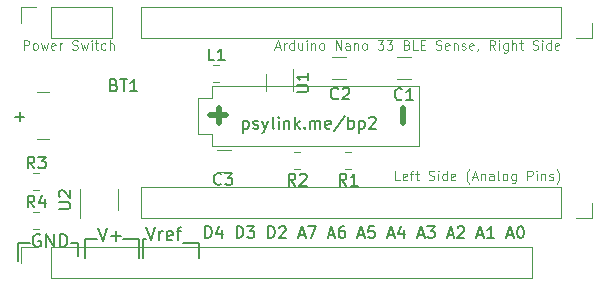
<source format=gbr>
G04 #@! TF.GenerationSoftware,KiCad,Pcbnew,5.1.5+dfsg1-2build2*
G04 #@! TF.CreationDate,2021-06-04T03:42:04+02:00*
G04 #@! TF.ProjectId,circuit8,63697263-7569-4743-982e-6b696361645f,rev?*
G04 #@! TF.SameCoordinates,Original*
G04 #@! TF.FileFunction,Legend,Top*
G04 #@! TF.FilePolarity,Positive*
%FSLAX46Y46*%
G04 Gerber Fmt 4.6, Leading zero omitted, Abs format (unit mm)*
G04 Created by KiCad (PCBNEW 5.1.5+dfsg1-2build2) date 2021-06-04 03:42:04*
%MOMM*%
%LPD*%
G04 APERTURE LIST*
%ADD10C,0.120000*%
%ADD11C,0.150000*%
%ADD12C,0.500000*%
%ADD13C,0.200000*%
%ADD14R,6.000000X3.000000*%
%ADD15O,1.700000X1.700000*%
%ADD16R,1.700000X1.700000*%
%ADD17C,0.100000*%
%ADD18R,0.400000X0.900000*%
%ADD19R,0.650000X1.060000*%
G04 APERTURE END LIST*
D10*
X56185619Y-38715904D02*
X55804666Y-38715904D01*
X55804666Y-37915904D01*
X56757047Y-38677809D02*
X56680857Y-38715904D01*
X56528476Y-38715904D01*
X56452285Y-38677809D01*
X56414190Y-38601619D01*
X56414190Y-38296857D01*
X56452285Y-38220666D01*
X56528476Y-38182571D01*
X56680857Y-38182571D01*
X56757047Y-38220666D01*
X56795142Y-38296857D01*
X56795142Y-38373047D01*
X56414190Y-38449238D01*
X57023714Y-38182571D02*
X57328476Y-38182571D01*
X57138000Y-38715904D02*
X57138000Y-38030190D01*
X57176095Y-37954000D01*
X57252285Y-37915904D01*
X57328476Y-37915904D01*
X57480857Y-38182571D02*
X57785619Y-38182571D01*
X57595142Y-37915904D02*
X57595142Y-38601619D01*
X57633238Y-38677809D01*
X57709428Y-38715904D01*
X57785619Y-38715904D01*
X58623714Y-38677809D02*
X58738000Y-38715904D01*
X58928476Y-38715904D01*
X59004666Y-38677809D01*
X59042761Y-38639714D01*
X59080857Y-38563523D01*
X59080857Y-38487333D01*
X59042761Y-38411142D01*
X59004666Y-38373047D01*
X58928476Y-38334952D01*
X58776095Y-38296857D01*
X58699904Y-38258761D01*
X58661809Y-38220666D01*
X58623714Y-38144476D01*
X58623714Y-38068285D01*
X58661809Y-37992095D01*
X58699904Y-37954000D01*
X58776095Y-37915904D01*
X58966571Y-37915904D01*
X59080857Y-37954000D01*
X59423714Y-38715904D02*
X59423714Y-38182571D01*
X59423714Y-37915904D02*
X59385619Y-37954000D01*
X59423714Y-37992095D01*
X59461809Y-37954000D01*
X59423714Y-37915904D01*
X59423714Y-37992095D01*
X60147523Y-38715904D02*
X60147523Y-37915904D01*
X60147523Y-38677809D02*
X60071333Y-38715904D01*
X59918952Y-38715904D01*
X59842761Y-38677809D01*
X59804666Y-38639714D01*
X59766571Y-38563523D01*
X59766571Y-38334952D01*
X59804666Y-38258761D01*
X59842761Y-38220666D01*
X59918952Y-38182571D01*
X60071333Y-38182571D01*
X60147523Y-38220666D01*
X60833238Y-38677809D02*
X60757047Y-38715904D01*
X60604666Y-38715904D01*
X60528476Y-38677809D01*
X60490380Y-38601619D01*
X60490380Y-38296857D01*
X60528476Y-38220666D01*
X60604666Y-38182571D01*
X60757047Y-38182571D01*
X60833238Y-38220666D01*
X60871333Y-38296857D01*
X60871333Y-38373047D01*
X60490380Y-38449238D01*
X62052285Y-39020666D02*
X62014190Y-38982571D01*
X61938000Y-38868285D01*
X61899904Y-38792095D01*
X61861809Y-38677809D01*
X61823714Y-38487333D01*
X61823714Y-38334952D01*
X61861809Y-38144476D01*
X61899904Y-38030190D01*
X61938000Y-37954000D01*
X62014190Y-37839714D01*
X62052285Y-37801619D01*
X62318952Y-38487333D02*
X62699904Y-38487333D01*
X62242761Y-38715904D02*
X62509428Y-37915904D01*
X62776095Y-38715904D01*
X63042761Y-38182571D02*
X63042761Y-38715904D01*
X63042761Y-38258761D02*
X63080857Y-38220666D01*
X63157047Y-38182571D01*
X63271333Y-38182571D01*
X63347523Y-38220666D01*
X63385619Y-38296857D01*
X63385619Y-38715904D01*
X64109428Y-38715904D02*
X64109428Y-38296857D01*
X64071333Y-38220666D01*
X63995142Y-38182571D01*
X63842761Y-38182571D01*
X63766571Y-38220666D01*
X64109428Y-38677809D02*
X64033238Y-38715904D01*
X63842761Y-38715904D01*
X63766571Y-38677809D01*
X63728476Y-38601619D01*
X63728476Y-38525428D01*
X63766571Y-38449238D01*
X63842761Y-38411142D01*
X64033238Y-38411142D01*
X64109428Y-38373047D01*
X64604666Y-38715904D02*
X64528476Y-38677809D01*
X64490380Y-38601619D01*
X64490380Y-37915904D01*
X65023714Y-38715904D02*
X64947523Y-38677809D01*
X64909428Y-38639714D01*
X64871333Y-38563523D01*
X64871333Y-38334952D01*
X64909428Y-38258761D01*
X64947523Y-38220666D01*
X65023714Y-38182571D01*
X65138000Y-38182571D01*
X65214190Y-38220666D01*
X65252285Y-38258761D01*
X65290380Y-38334952D01*
X65290380Y-38563523D01*
X65252285Y-38639714D01*
X65214190Y-38677809D01*
X65138000Y-38715904D01*
X65023714Y-38715904D01*
X65976095Y-38182571D02*
X65976095Y-38830190D01*
X65938000Y-38906380D01*
X65899904Y-38944476D01*
X65823714Y-38982571D01*
X65709428Y-38982571D01*
X65633238Y-38944476D01*
X65976095Y-38677809D02*
X65899904Y-38715904D01*
X65747523Y-38715904D01*
X65671333Y-38677809D01*
X65633238Y-38639714D01*
X65595142Y-38563523D01*
X65595142Y-38334952D01*
X65633238Y-38258761D01*
X65671333Y-38220666D01*
X65747523Y-38182571D01*
X65899904Y-38182571D01*
X65976095Y-38220666D01*
X66966571Y-38715904D02*
X66966571Y-37915904D01*
X67271333Y-37915904D01*
X67347523Y-37954000D01*
X67385619Y-37992095D01*
X67423714Y-38068285D01*
X67423714Y-38182571D01*
X67385619Y-38258761D01*
X67347523Y-38296857D01*
X67271333Y-38334952D01*
X66966571Y-38334952D01*
X67766571Y-38715904D02*
X67766571Y-38182571D01*
X67766571Y-37915904D02*
X67728476Y-37954000D01*
X67766571Y-37992095D01*
X67804666Y-37954000D01*
X67766571Y-37915904D01*
X67766571Y-37992095D01*
X68147523Y-38182571D02*
X68147523Y-38715904D01*
X68147523Y-38258761D02*
X68185619Y-38220666D01*
X68261809Y-38182571D01*
X68376095Y-38182571D01*
X68452285Y-38220666D01*
X68490380Y-38296857D01*
X68490380Y-38715904D01*
X68833238Y-38677809D02*
X68909428Y-38715904D01*
X69061809Y-38715904D01*
X69138000Y-38677809D01*
X69176095Y-38601619D01*
X69176095Y-38563523D01*
X69138000Y-38487333D01*
X69061809Y-38449238D01*
X68947523Y-38449238D01*
X68871333Y-38411142D01*
X68833238Y-38334952D01*
X68833238Y-38296857D01*
X68871333Y-38220666D01*
X68947523Y-38182571D01*
X69061809Y-38182571D01*
X69138000Y-38220666D01*
X69442761Y-39020666D02*
X69480857Y-38982571D01*
X69557047Y-38868285D01*
X69595142Y-38792095D01*
X69633238Y-38677809D01*
X69671333Y-38487333D01*
X69671333Y-38334952D01*
X69633238Y-38144476D01*
X69595142Y-38030190D01*
X69557047Y-37954000D01*
X69480857Y-37839714D01*
X69442761Y-37801619D01*
X45638952Y-27438333D02*
X46019904Y-27438333D01*
X45562761Y-27666904D02*
X45829428Y-26866904D01*
X46096095Y-27666904D01*
X46362761Y-27666904D02*
X46362761Y-27133571D01*
X46362761Y-27285952D02*
X46400857Y-27209761D01*
X46438952Y-27171666D01*
X46515142Y-27133571D01*
X46591333Y-27133571D01*
X47200857Y-27666904D02*
X47200857Y-26866904D01*
X47200857Y-27628809D02*
X47124666Y-27666904D01*
X46972285Y-27666904D01*
X46896095Y-27628809D01*
X46858000Y-27590714D01*
X46819904Y-27514523D01*
X46819904Y-27285952D01*
X46858000Y-27209761D01*
X46896095Y-27171666D01*
X46972285Y-27133571D01*
X47124666Y-27133571D01*
X47200857Y-27171666D01*
X47924666Y-27133571D02*
X47924666Y-27666904D01*
X47581809Y-27133571D02*
X47581809Y-27552619D01*
X47619904Y-27628809D01*
X47696095Y-27666904D01*
X47810380Y-27666904D01*
X47886571Y-27628809D01*
X47924666Y-27590714D01*
X48305619Y-27666904D02*
X48305619Y-27133571D01*
X48305619Y-26866904D02*
X48267523Y-26905000D01*
X48305619Y-26943095D01*
X48343714Y-26905000D01*
X48305619Y-26866904D01*
X48305619Y-26943095D01*
X48686571Y-27133571D02*
X48686571Y-27666904D01*
X48686571Y-27209761D02*
X48724666Y-27171666D01*
X48800857Y-27133571D01*
X48915142Y-27133571D01*
X48991333Y-27171666D01*
X49029428Y-27247857D01*
X49029428Y-27666904D01*
X49524666Y-27666904D02*
X49448476Y-27628809D01*
X49410380Y-27590714D01*
X49372285Y-27514523D01*
X49372285Y-27285952D01*
X49410380Y-27209761D01*
X49448476Y-27171666D01*
X49524666Y-27133571D01*
X49638952Y-27133571D01*
X49715142Y-27171666D01*
X49753238Y-27209761D01*
X49791333Y-27285952D01*
X49791333Y-27514523D01*
X49753238Y-27590714D01*
X49715142Y-27628809D01*
X49638952Y-27666904D01*
X49524666Y-27666904D01*
X50743714Y-27666904D02*
X50743714Y-26866904D01*
X51200857Y-27666904D01*
X51200857Y-26866904D01*
X51924666Y-27666904D02*
X51924666Y-27247857D01*
X51886571Y-27171666D01*
X51810380Y-27133571D01*
X51658000Y-27133571D01*
X51581809Y-27171666D01*
X51924666Y-27628809D02*
X51848476Y-27666904D01*
X51658000Y-27666904D01*
X51581809Y-27628809D01*
X51543714Y-27552619D01*
X51543714Y-27476428D01*
X51581809Y-27400238D01*
X51658000Y-27362142D01*
X51848476Y-27362142D01*
X51924666Y-27324047D01*
X52305619Y-27133571D02*
X52305619Y-27666904D01*
X52305619Y-27209761D02*
X52343714Y-27171666D01*
X52419904Y-27133571D01*
X52534190Y-27133571D01*
X52610380Y-27171666D01*
X52648476Y-27247857D01*
X52648476Y-27666904D01*
X53143714Y-27666904D02*
X53067523Y-27628809D01*
X53029428Y-27590714D01*
X52991333Y-27514523D01*
X52991333Y-27285952D01*
X53029428Y-27209761D01*
X53067523Y-27171666D01*
X53143714Y-27133571D01*
X53258000Y-27133571D01*
X53334190Y-27171666D01*
X53372285Y-27209761D01*
X53410380Y-27285952D01*
X53410380Y-27514523D01*
X53372285Y-27590714D01*
X53334190Y-27628809D01*
X53258000Y-27666904D01*
X53143714Y-27666904D01*
X54286571Y-26866904D02*
X54781809Y-26866904D01*
X54515142Y-27171666D01*
X54629428Y-27171666D01*
X54705619Y-27209761D01*
X54743714Y-27247857D01*
X54781809Y-27324047D01*
X54781809Y-27514523D01*
X54743714Y-27590714D01*
X54705619Y-27628809D01*
X54629428Y-27666904D01*
X54400857Y-27666904D01*
X54324666Y-27628809D01*
X54286571Y-27590714D01*
X55048476Y-26866904D02*
X55543714Y-26866904D01*
X55277047Y-27171666D01*
X55391333Y-27171666D01*
X55467523Y-27209761D01*
X55505619Y-27247857D01*
X55543714Y-27324047D01*
X55543714Y-27514523D01*
X55505619Y-27590714D01*
X55467523Y-27628809D01*
X55391333Y-27666904D01*
X55162761Y-27666904D01*
X55086571Y-27628809D01*
X55048476Y-27590714D01*
X56762761Y-27247857D02*
X56877047Y-27285952D01*
X56915142Y-27324047D01*
X56953238Y-27400238D01*
X56953238Y-27514523D01*
X56915142Y-27590714D01*
X56877047Y-27628809D01*
X56800857Y-27666904D01*
X56496095Y-27666904D01*
X56496095Y-26866904D01*
X56762761Y-26866904D01*
X56838952Y-26905000D01*
X56877047Y-26943095D01*
X56915142Y-27019285D01*
X56915142Y-27095476D01*
X56877047Y-27171666D01*
X56838952Y-27209761D01*
X56762761Y-27247857D01*
X56496095Y-27247857D01*
X57677047Y-27666904D02*
X57296095Y-27666904D01*
X57296095Y-26866904D01*
X57943714Y-27247857D02*
X58210380Y-27247857D01*
X58324666Y-27666904D02*
X57943714Y-27666904D01*
X57943714Y-26866904D01*
X58324666Y-26866904D01*
X59238952Y-27628809D02*
X59353238Y-27666904D01*
X59543714Y-27666904D01*
X59619904Y-27628809D01*
X59657999Y-27590714D01*
X59696095Y-27514523D01*
X59696095Y-27438333D01*
X59657999Y-27362142D01*
X59619904Y-27324047D01*
X59543714Y-27285952D01*
X59391333Y-27247857D01*
X59315142Y-27209761D01*
X59277047Y-27171666D01*
X59238952Y-27095476D01*
X59238952Y-27019285D01*
X59277047Y-26943095D01*
X59315142Y-26905000D01*
X59391333Y-26866904D01*
X59581809Y-26866904D01*
X59696095Y-26905000D01*
X60343714Y-27628809D02*
X60267523Y-27666904D01*
X60115142Y-27666904D01*
X60038952Y-27628809D01*
X60000857Y-27552619D01*
X60000857Y-27247857D01*
X60038952Y-27171666D01*
X60115142Y-27133571D01*
X60267523Y-27133571D01*
X60343714Y-27171666D01*
X60381809Y-27247857D01*
X60381809Y-27324047D01*
X60000857Y-27400238D01*
X60724666Y-27133571D02*
X60724666Y-27666904D01*
X60724666Y-27209761D02*
X60762761Y-27171666D01*
X60838952Y-27133571D01*
X60953238Y-27133571D01*
X61029428Y-27171666D01*
X61067523Y-27247857D01*
X61067523Y-27666904D01*
X61410380Y-27628809D02*
X61486571Y-27666904D01*
X61638952Y-27666904D01*
X61715142Y-27628809D01*
X61753238Y-27552619D01*
X61753238Y-27514523D01*
X61715142Y-27438333D01*
X61638952Y-27400238D01*
X61524666Y-27400238D01*
X61448476Y-27362142D01*
X61410380Y-27285952D01*
X61410380Y-27247857D01*
X61448476Y-27171666D01*
X61524666Y-27133571D01*
X61638952Y-27133571D01*
X61715142Y-27171666D01*
X62400857Y-27628809D02*
X62324666Y-27666904D01*
X62172285Y-27666904D01*
X62096095Y-27628809D01*
X62057999Y-27552619D01*
X62057999Y-27247857D01*
X62096095Y-27171666D01*
X62172285Y-27133571D01*
X62324666Y-27133571D01*
X62400857Y-27171666D01*
X62438952Y-27247857D01*
X62438952Y-27324047D01*
X62057999Y-27400238D01*
X62819904Y-27628809D02*
X62819904Y-27666904D01*
X62781809Y-27743095D01*
X62743714Y-27781190D01*
X64229428Y-27666904D02*
X63962761Y-27285952D01*
X63772285Y-27666904D02*
X63772285Y-26866904D01*
X64077047Y-26866904D01*
X64153238Y-26905000D01*
X64191333Y-26943095D01*
X64229428Y-27019285D01*
X64229428Y-27133571D01*
X64191333Y-27209761D01*
X64153238Y-27247857D01*
X64077047Y-27285952D01*
X63772285Y-27285952D01*
X64572285Y-27666904D02*
X64572285Y-27133571D01*
X64572285Y-26866904D02*
X64534190Y-26905000D01*
X64572285Y-26943095D01*
X64610380Y-26905000D01*
X64572285Y-26866904D01*
X64572285Y-26943095D01*
X65296095Y-27133571D02*
X65296095Y-27781190D01*
X65258000Y-27857380D01*
X65219904Y-27895476D01*
X65143714Y-27933571D01*
X65029428Y-27933571D01*
X64953238Y-27895476D01*
X65296095Y-27628809D02*
X65219904Y-27666904D01*
X65067523Y-27666904D01*
X64991333Y-27628809D01*
X64953238Y-27590714D01*
X64915142Y-27514523D01*
X64915142Y-27285952D01*
X64953238Y-27209761D01*
X64991333Y-27171666D01*
X65067523Y-27133571D01*
X65219904Y-27133571D01*
X65296095Y-27171666D01*
X65677047Y-27666904D02*
X65677047Y-26866904D01*
X66019904Y-27666904D02*
X66019904Y-27247857D01*
X65981809Y-27171666D01*
X65905619Y-27133571D01*
X65791333Y-27133571D01*
X65715142Y-27171666D01*
X65677047Y-27209761D01*
X66286571Y-27133571D02*
X66591333Y-27133571D01*
X66400857Y-26866904D02*
X66400857Y-27552619D01*
X66438952Y-27628809D01*
X66515142Y-27666904D01*
X66591333Y-27666904D01*
X67429428Y-27628809D02*
X67543714Y-27666904D01*
X67734190Y-27666904D01*
X67810380Y-27628809D01*
X67848476Y-27590714D01*
X67886571Y-27514523D01*
X67886571Y-27438333D01*
X67848476Y-27362142D01*
X67810380Y-27324047D01*
X67734190Y-27285952D01*
X67581809Y-27247857D01*
X67505619Y-27209761D01*
X67467523Y-27171666D01*
X67429428Y-27095476D01*
X67429428Y-27019285D01*
X67467523Y-26943095D01*
X67505619Y-26905000D01*
X67581809Y-26866904D01*
X67772285Y-26866904D01*
X67886571Y-26905000D01*
X68229428Y-27666904D02*
X68229428Y-27133571D01*
X68229428Y-26866904D02*
X68191333Y-26905000D01*
X68229428Y-26943095D01*
X68267523Y-26905000D01*
X68229428Y-26866904D01*
X68229428Y-26943095D01*
X68953238Y-27666904D02*
X68953238Y-26866904D01*
X68953238Y-27628809D02*
X68877047Y-27666904D01*
X68724666Y-27666904D01*
X68648476Y-27628809D01*
X68610380Y-27590714D01*
X68572285Y-27514523D01*
X68572285Y-27285952D01*
X68610380Y-27209761D01*
X68648476Y-27171666D01*
X68724666Y-27133571D01*
X68877047Y-27133571D01*
X68953238Y-27171666D01*
X69638952Y-27628809D02*
X69562761Y-27666904D01*
X69410380Y-27666904D01*
X69334190Y-27628809D01*
X69296095Y-27552619D01*
X69296095Y-27247857D01*
X69334190Y-27171666D01*
X69410380Y-27133571D01*
X69562761Y-27133571D01*
X69638952Y-27171666D01*
X69677047Y-27247857D01*
X69677047Y-27324047D01*
X69296095Y-27400238D01*
X24320976Y-27666904D02*
X24320976Y-26866904D01*
X24625738Y-26866904D01*
X24701928Y-26905000D01*
X24740023Y-26943095D01*
X24778119Y-27019285D01*
X24778119Y-27133571D01*
X24740023Y-27209761D01*
X24701928Y-27247857D01*
X24625738Y-27285952D01*
X24320976Y-27285952D01*
X25235261Y-27666904D02*
X25159071Y-27628809D01*
X25120976Y-27590714D01*
X25082880Y-27514523D01*
X25082880Y-27285952D01*
X25120976Y-27209761D01*
X25159071Y-27171666D01*
X25235261Y-27133571D01*
X25349547Y-27133571D01*
X25425738Y-27171666D01*
X25463833Y-27209761D01*
X25501928Y-27285952D01*
X25501928Y-27514523D01*
X25463833Y-27590714D01*
X25425738Y-27628809D01*
X25349547Y-27666904D01*
X25235261Y-27666904D01*
X25768595Y-27133571D02*
X25920976Y-27666904D01*
X26073357Y-27285952D01*
X26225738Y-27666904D01*
X26378119Y-27133571D01*
X26987642Y-27628809D02*
X26911452Y-27666904D01*
X26759071Y-27666904D01*
X26682880Y-27628809D01*
X26644785Y-27552619D01*
X26644785Y-27247857D01*
X26682880Y-27171666D01*
X26759071Y-27133571D01*
X26911452Y-27133571D01*
X26987642Y-27171666D01*
X27025738Y-27247857D01*
X27025738Y-27324047D01*
X26644785Y-27400238D01*
X27368595Y-27666904D02*
X27368595Y-27133571D01*
X27368595Y-27285952D02*
X27406690Y-27209761D01*
X27444785Y-27171666D01*
X27520976Y-27133571D01*
X27597166Y-27133571D01*
X28435261Y-27628809D02*
X28549547Y-27666904D01*
X28740023Y-27666904D01*
X28816214Y-27628809D01*
X28854309Y-27590714D01*
X28892404Y-27514523D01*
X28892404Y-27438333D01*
X28854309Y-27362142D01*
X28816214Y-27324047D01*
X28740023Y-27285952D01*
X28587642Y-27247857D01*
X28511452Y-27209761D01*
X28473357Y-27171666D01*
X28435261Y-27095476D01*
X28435261Y-27019285D01*
X28473357Y-26943095D01*
X28511452Y-26905000D01*
X28587642Y-26866904D01*
X28778119Y-26866904D01*
X28892404Y-26905000D01*
X29159071Y-27133571D02*
X29311452Y-27666904D01*
X29463833Y-27285952D01*
X29616214Y-27666904D01*
X29768595Y-27133571D01*
X30073357Y-27666904D02*
X30073357Y-27133571D01*
X30073357Y-26866904D02*
X30035261Y-26905000D01*
X30073357Y-26943095D01*
X30111452Y-26905000D01*
X30073357Y-26866904D01*
X30073357Y-26943095D01*
X30340023Y-27133571D02*
X30644785Y-27133571D01*
X30454309Y-26866904D02*
X30454309Y-27552619D01*
X30492404Y-27628809D01*
X30568595Y-27666904D01*
X30644785Y-27666904D01*
X31254309Y-27628809D02*
X31178119Y-27666904D01*
X31025738Y-27666904D01*
X30949547Y-27628809D01*
X30911452Y-27590714D01*
X30873357Y-27514523D01*
X30873357Y-27285952D01*
X30911452Y-27209761D01*
X30949547Y-27171666D01*
X31025738Y-27133571D01*
X31178119Y-27133571D01*
X31254309Y-27171666D01*
X31597166Y-27666904D02*
X31597166Y-26866904D01*
X31940023Y-27666904D02*
X31940023Y-27247857D01*
X31901928Y-27171666D01*
X31825738Y-27133571D01*
X31711452Y-27133571D01*
X31635261Y-27171666D01*
X31597166Y-27209761D01*
D11*
X42918761Y-33694714D02*
X42918761Y-34694714D01*
X42918761Y-33742333D02*
X43014000Y-33694714D01*
X43204476Y-33694714D01*
X43299714Y-33742333D01*
X43347333Y-33789952D01*
X43394952Y-33885190D01*
X43394952Y-34170904D01*
X43347333Y-34266142D01*
X43299714Y-34313761D01*
X43204476Y-34361380D01*
X43014000Y-34361380D01*
X42918761Y-34313761D01*
X43775904Y-34313761D02*
X43871142Y-34361380D01*
X44061619Y-34361380D01*
X44156857Y-34313761D01*
X44204476Y-34218523D01*
X44204476Y-34170904D01*
X44156857Y-34075666D01*
X44061619Y-34028047D01*
X43918761Y-34028047D01*
X43823523Y-33980428D01*
X43775904Y-33885190D01*
X43775904Y-33837571D01*
X43823523Y-33742333D01*
X43918761Y-33694714D01*
X44061619Y-33694714D01*
X44156857Y-33742333D01*
X44537809Y-33694714D02*
X44775904Y-34361380D01*
X45014000Y-33694714D02*
X44775904Y-34361380D01*
X44680666Y-34599476D01*
X44633047Y-34647095D01*
X44537809Y-34694714D01*
X45537809Y-34361380D02*
X45442571Y-34313761D01*
X45394952Y-34218523D01*
X45394952Y-33361380D01*
X45918761Y-34361380D02*
X45918761Y-33694714D01*
X45918761Y-33361380D02*
X45871142Y-33409000D01*
X45918761Y-33456619D01*
X45966380Y-33409000D01*
X45918761Y-33361380D01*
X45918761Y-33456619D01*
X46394952Y-33694714D02*
X46394952Y-34361380D01*
X46394952Y-33789952D02*
X46442571Y-33742333D01*
X46537809Y-33694714D01*
X46680666Y-33694714D01*
X46775904Y-33742333D01*
X46823523Y-33837571D01*
X46823523Y-34361380D01*
X47299714Y-34361380D02*
X47299714Y-33361380D01*
X47394952Y-33980428D02*
X47680666Y-34361380D01*
X47680666Y-33694714D02*
X47299714Y-34075666D01*
X48109238Y-34266142D02*
X48156857Y-34313761D01*
X48109238Y-34361380D01*
X48061619Y-34313761D01*
X48109238Y-34266142D01*
X48109238Y-34361380D01*
X48585428Y-34361380D02*
X48585428Y-33694714D01*
X48585428Y-33789952D02*
X48633047Y-33742333D01*
X48728285Y-33694714D01*
X48871142Y-33694714D01*
X48966380Y-33742333D01*
X49014000Y-33837571D01*
X49014000Y-34361380D01*
X49014000Y-33837571D02*
X49061619Y-33742333D01*
X49156857Y-33694714D01*
X49299714Y-33694714D01*
X49394952Y-33742333D01*
X49442571Y-33837571D01*
X49442571Y-34361380D01*
X50299714Y-34313761D02*
X50204476Y-34361380D01*
X50014000Y-34361380D01*
X49918761Y-34313761D01*
X49871142Y-34218523D01*
X49871142Y-33837571D01*
X49918761Y-33742333D01*
X50014000Y-33694714D01*
X50204476Y-33694714D01*
X50299714Y-33742333D01*
X50347333Y-33837571D01*
X50347333Y-33932809D01*
X49871142Y-34028047D01*
X51490190Y-33313761D02*
X50633047Y-34599476D01*
X51823523Y-34361380D02*
X51823523Y-33361380D01*
X51823523Y-33742333D02*
X51918761Y-33694714D01*
X52109238Y-33694714D01*
X52204476Y-33742333D01*
X52252095Y-33789952D01*
X52299714Y-33885190D01*
X52299714Y-34170904D01*
X52252095Y-34266142D01*
X52204476Y-34313761D01*
X52109238Y-34361380D01*
X51918761Y-34361380D01*
X51823523Y-34313761D01*
X52728285Y-33694714D02*
X52728285Y-34694714D01*
X52728285Y-33742333D02*
X52823523Y-33694714D01*
X53014000Y-33694714D01*
X53109238Y-33742333D01*
X53156857Y-33789952D01*
X53204476Y-33885190D01*
X53204476Y-34170904D01*
X53156857Y-34266142D01*
X53109238Y-34313761D01*
X53014000Y-34361380D01*
X52823523Y-34361380D01*
X52728285Y-34313761D01*
X53585428Y-33456619D02*
X53633047Y-33409000D01*
X53728285Y-33361380D01*
X53966380Y-33361380D01*
X54061619Y-33409000D01*
X54109238Y-33456619D01*
X54156857Y-33551857D01*
X54156857Y-33647095D01*
X54109238Y-33789952D01*
X53537809Y-34361380D01*
X54156857Y-34361380D01*
D12*
X56451500Y-32575500D02*
X56451500Y-33845500D01*
X41465500Y-33210500D02*
X40132000Y-33210500D01*
X40830500Y-32575500D02*
X40830500Y-33845500D01*
D11*
X39179500Y-44069000D02*
X39179500Y-45339000D01*
X37782500Y-44069000D02*
X39179500Y-44069000D01*
X34417000Y-43688000D02*
X34671000Y-43688000D01*
X34417000Y-43688000D02*
X34417000Y-45339000D01*
X34099500Y-43688000D02*
X34099500Y-45339000D01*
X32766000Y-43688000D02*
X34099500Y-43688000D01*
X29527500Y-43688000D02*
X29527500Y-45339000D01*
X30543500Y-43688000D02*
X29527500Y-43688000D01*
X23812500Y-44069000D02*
X23812500Y-45529500D01*
X24828500Y-44069000D02*
X23812500Y-44069000D01*
X28892500Y-44069000D02*
X28892500Y-45148500D01*
X28321000Y-44069000D02*
X28892500Y-44069000D01*
D13*
X25704904Y-43328500D02*
X25600142Y-43276119D01*
X25443000Y-43276119D01*
X25285857Y-43328500D01*
X25181095Y-43433261D01*
X25128714Y-43538023D01*
X25076333Y-43747547D01*
X25076333Y-43904690D01*
X25128714Y-44114214D01*
X25181095Y-44218976D01*
X25285857Y-44323738D01*
X25443000Y-44376119D01*
X25547761Y-44376119D01*
X25704904Y-44323738D01*
X25757285Y-44271357D01*
X25757285Y-43904690D01*
X25547761Y-43904690D01*
X26228714Y-44376119D02*
X26228714Y-43276119D01*
X26857285Y-44376119D01*
X26857285Y-43276119D01*
X27381095Y-44376119D02*
X27381095Y-43276119D01*
X27643000Y-43276119D01*
X27800142Y-43328500D01*
X27904904Y-43433261D01*
X27957285Y-43538023D01*
X28009666Y-43747547D01*
X28009666Y-43904690D01*
X27957285Y-44114214D01*
X27904904Y-44218976D01*
X27800142Y-44323738D01*
X27643000Y-44376119D01*
X27381095Y-44376119D01*
X30638880Y-42768119D02*
X31005547Y-43868119D01*
X31372214Y-42768119D01*
X31738880Y-43449071D02*
X32576976Y-43449071D01*
X32157928Y-43868119D02*
X32157928Y-43030023D01*
X34702142Y-42704619D02*
X35068809Y-43804619D01*
X35435476Y-42704619D01*
X35802142Y-43804619D02*
X35802142Y-43071285D01*
X35802142Y-43280809D02*
X35854523Y-43176047D01*
X35906904Y-43123666D01*
X36011666Y-43071285D01*
X36116428Y-43071285D01*
X36902142Y-43752238D02*
X36797380Y-43804619D01*
X36587857Y-43804619D01*
X36483095Y-43752238D01*
X36430714Y-43647476D01*
X36430714Y-43228428D01*
X36483095Y-43123666D01*
X36587857Y-43071285D01*
X36797380Y-43071285D01*
X36902142Y-43123666D01*
X36954523Y-43228428D01*
X36954523Y-43333190D01*
X36430714Y-43437952D01*
X37268809Y-43071285D02*
X37687857Y-43071285D01*
X37425952Y-43804619D02*
X37425952Y-42861761D01*
X37478333Y-42757000D01*
X37583095Y-42704619D01*
X37687857Y-42704619D01*
X39702499Y-43623333D02*
X39702499Y-42643333D01*
X39935833Y-42643333D01*
X40075833Y-42690000D01*
X40169166Y-42783333D01*
X40215833Y-42876666D01*
X40262499Y-43063333D01*
X40262499Y-43203333D01*
X40215833Y-43390000D01*
X40169166Y-43483333D01*
X40075833Y-43576666D01*
X39935833Y-43623333D01*
X39702499Y-43623333D01*
X41102499Y-42970000D02*
X41102499Y-43623333D01*
X40869166Y-42596666D02*
X40635833Y-43296666D01*
X41242499Y-43296666D01*
X42362499Y-43623333D02*
X42362499Y-42643333D01*
X42595833Y-42643333D01*
X42735833Y-42690000D01*
X42829166Y-42783333D01*
X42875833Y-42876666D01*
X42922499Y-43063333D01*
X42922499Y-43203333D01*
X42875833Y-43390000D01*
X42829166Y-43483333D01*
X42735833Y-43576666D01*
X42595833Y-43623333D01*
X42362499Y-43623333D01*
X43249166Y-42643333D02*
X43855833Y-42643333D01*
X43529166Y-43016666D01*
X43669166Y-43016666D01*
X43762499Y-43063333D01*
X43809166Y-43110000D01*
X43855833Y-43203333D01*
X43855833Y-43436666D01*
X43809166Y-43530000D01*
X43762499Y-43576666D01*
X43669166Y-43623333D01*
X43389166Y-43623333D01*
X43295833Y-43576666D01*
X43249166Y-43530000D01*
X45022499Y-43623333D02*
X45022499Y-42643333D01*
X45255833Y-42643333D01*
X45395833Y-42690000D01*
X45489166Y-42783333D01*
X45535833Y-42876666D01*
X45582499Y-43063333D01*
X45582499Y-43203333D01*
X45535833Y-43390000D01*
X45489166Y-43483333D01*
X45395833Y-43576666D01*
X45255833Y-43623333D01*
X45022499Y-43623333D01*
X45955833Y-42736666D02*
X46002499Y-42690000D01*
X46095833Y-42643333D01*
X46329166Y-42643333D01*
X46422499Y-42690000D01*
X46469166Y-42736666D01*
X46515833Y-42830000D01*
X46515833Y-42923333D01*
X46469166Y-43063333D01*
X45909166Y-43623333D01*
X46515833Y-43623333D01*
X47635833Y-43343333D02*
X48102499Y-43343333D01*
X47542499Y-43623333D02*
X47869166Y-42643333D01*
X48195833Y-43623333D01*
X48429166Y-42643333D02*
X49082499Y-42643333D01*
X48662499Y-43623333D01*
X50155833Y-43343333D02*
X50622499Y-43343333D01*
X50062499Y-43623333D02*
X50389166Y-42643333D01*
X50715833Y-43623333D01*
X51462499Y-42643333D02*
X51275833Y-42643333D01*
X51182499Y-42690000D01*
X51135833Y-42736666D01*
X51042499Y-42876666D01*
X50995833Y-43063333D01*
X50995833Y-43436666D01*
X51042499Y-43530000D01*
X51089166Y-43576666D01*
X51182499Y-43623333D01*
X51369166Y-43623333D01*
X51462499Y-43576666D01*
X51509166Y-43530000D01*
X51555833Y-43436666D01*
X51555833Y-43203333D01*
X51509166Y-43110000D01*
X51462499Y-43063333D01*
X51369166Y-43016666D01*
X51182499Y-43016666D01*
X51089166Y-43063333D01*
X51042499Y-43110000D01*
X50995833Y-43203333D01*
X52675833Y-43343333D02*
X53142499Y-43343333D01*
X52582499Y-43623333D02*
X52909166Y-42643333D01*
X53235833Y-43623333D01*
X54029166Y-42643333D02*
X53562499Y-42643333D01*
X53515833Y-43110000D01*
X53562499Y-43063333D01*
X53655833Y-43016666D01*
X53889166Y-43016666D01*
X53982499Y-43063333D01*
X54029166Y-43110000D01*
X54075833Y-43203333D01*
X54075833Y-43436666D01*
X54029166Y-43530000D01*
X53982499Y-43576666D01*
X53889166Y-43623333D01*
X53655833Y-43623333D01*
X53562499Y-43576666D01*
X53515833Y-43530000D01*
X55195833Y-43343333D02*
X55662499Y-43343333D01*
X55102499Y-43623333D02*
X55429166Y-42643333D01*
X55755833Y-43623333D01*
X56502499Y-42970000D02*
X56502499Y-43623333D01*
X56269166Y-42596666D02*
X56035833Y-43296666D01*
X56642499Y-43296666D01*
X57715833Y-43343333D02*
X58182499Y-43343333D01*
X57622499Y-43623333D02*
X57949166Y-42643333D01*
X58275833Y-43623333D01*
X58509166Y-42643333D02*
X59115833Y-42643333D01*
X58789166Y-43016666D01*
X58929166Y-43016666D01*
X59022499Y-43063333D01*
X59069166Y-43110000D01*
X59115833Y-43203333D01*
X59115833Y-43436666D01*
X59069166Y-43530000D01*
X59022499Y-43576666D01*
X58929166Y-43623333D01*
X58649166Y-43623333D01*
X58555833Y-43576666D01*
X58509166Y-43530000D01*
X60235833Y-43343333D02*
X60702499Y-43343333D01*
X60142499Y-43623333D02*
X60469166Y-42643333D01*
X60795833Y-43623333D01*
X61075833Y-42736666D02*
X61122499Y-42690000D01*
X61215833Y-42643333D01*
X61449166Y-42643333D01*
X61542499Y-42690000D01*
X61589166Y-42736666D01*
X61635833Y-42830000D01*
X61635833Y-42923333D01*
X61589166Y-43063333D01*
X61029166Y-43623333D01*
X61635833Y-43623333D01*
X62755833Y-43343333D02*
X63222499Y-43343333D01*
X62662499Y-43623333D02*
X62989166Y-42643333D01*
X63315833Y-43623333D01*
X64155833Y-43623333D02*
X63595833Y-43623333D01*
X63875833Y-43623333D02*
X63875833Y-42643333D01*
X63782499Y-42783333D01*
X63689166Y-42876666D01*
X63595833Y-42923333D01*
X65275833Y-43343333D02*
X65742499Y-43343333D01*
X65182499Y-43623333D02*
X65509166Y-42643333D01*
X65835833Y-43623333D01*
X66349166Y-42643333D02*
X66442499Y-42643333D01*
X66535833Y-42690000D01*
X66582499Y-42736666D01*
X66629166Y-42830000D01*
X66675833Y-43016666D01*
X66675833Y-43250000D01*
X66629166Y-43436666D01*
X66582499Y-43530000D01*
X66535833Y-43576666D01*
X66442499Y-43623333D01*
X66349166Y-43623333D01*
X66255833Y-43576666D01*
X66209166Y-43530000D01*
X66162499Y-43436666D01*
X66115833Y-43250000D01*
X66115833Y-43016666D01*
X66162499Y-42830000D01*
X66209166Y-42736666D01*
X66255833Y-42690000D01*
X66349166Y-42643333D01*
D10*
X40259000Y-34798000D02*
X40259000Y-35814000D01*
X40259000Y-31750000D02*
X40259000Y-30734000D01*
X39116000Y-31750000D02*
X40259000Y-31750000D01*
X39116000Y-34798000D02*
X40259000Y-34798000D01*
X39116000Y-31750000D02*
X39116000Y-34798000D01*
X57785000Y-30734000D02*
X40259000Y-30734000D01*
X57785000Y-35814000D02*
X57785000Y-30734000D01*
X40259000Y-35814000D02*
X57785000Y-35814000D01*
X25432000Y-31274000D02*
X26432000Y-31274000D01*
X26432000Y-35274000D02*
X25432000Y-35274000D01*
X72450000Y-25400000D02*
X72450000Y-26730000D01*
X72450000Y-26730000D02*
X71120000Y-26730000D01*
X69850000Y-26730000D02*
X34230000Y-26730000D01*
X34230000Y-24070000D02*
X34230000Y-26730000D01*
X69850000Y-24070000D02*
X34230000Y-24070000D01*
X69850000Y-24070000D02*
X69850000Y-26730000D01*
X55915936Y-30120000D02*
X57120064Y-30120000D01*
X55915936Y-28300000D02*
X57120064Y-28300000D01*
X50451936Y-28300000D02*
X51656064Y-28300000D01*
X50451936Y-30120000D02*
X51656064Y-30120000D01*
X40675936Y-36174000D02*
X41880064Y-36174000D01*
X40675936Y-37994000D02*
X41880064Y-37994000D01*
X69850000Y-39310000D02*
X69850000Y-41970000D01*
X69850000Y-39310000D02*
X34230000Y-39310000D01*
X34230000Y-39310000D02*
X34230000Y-41970000D01*
X69850000Y-41970000D02*
X34230000Y-41970000D01*
X72450000Y-41970000D02*
X71120000Y-41970000D01*
X72450000Y-40640000D02*
X72450000Y-41970000D01*
X26670000Y-47050000D02*
X26670000Y-44390000D01*
X26670000Y-47050000D02*
X67370000Y-47050000D01*
X67370000Y-47050000D02*
X67370000Y-44390000D01*
X26670000Y-44390000D02*
X67370000Y-44390000D01*
X24070000Y-44390000D02*
X25400000Y-44390000D01*
X24070000Y-45720000D02*
X24070000Y-44390000D01*
X40898578Y-30428000D02*
X40381422Y-30428000D01*
X40898578Y-29008000D02*
X40381422Y-29008000D01*
X52074578Y-37794000D02*
X51557422Y-37794000D01*
X52074578Y-36374000D02*
X51557422Y-36374000D01*
X47756578Y-36374000D02*
X47239422Y-36374000D01*
X47756578Y-37794000D02*
X47239422Y-37794000D01*
X25658578Y-38152000D02*
X25141422Y-38152000D01*
X25658578Y-39572000D02*
X25141422Y-39572000D01*
X25658578Y-42874000D02*
X25141422Y-42874000D01*
X25658578Y-41454000D02*
X25141422Y-41454000D01*
X26670000Y-26730000D02*
X26670000Y-24070000D01*
X26670000Y-26730000D02*
X31810000Y-26730000D01*
X31810000Y-26730000D02*
X31810000Y-24070000D01*
X26670000Y-24070000D02*
X31810000Y-24070000D01*
X24070000Y-24070000D02*
X25400000Y-24070000D01*
X24070000Y-25400000D02*
X24070000Y-24070000D01*
X47134000Y-31180000D02*
X47134000Y-29280000D01*
X44814000Y-29780000D02*
X44814000Y-31180000D01*
X32344000Y-41286000D02*
X32344000Y-39486000D01*
X29124000Y-39486000D02*
X29124000Y-41936000D01*
D11*
X31980285Y-30662571D02*
X32123142Y-30710190D01*
X32170761Y-30757809D01*
X32218380Y-30853047D01*
X32218380Y-30995904D01*
X32170761Y-31091142D01*
X32123142Y-31138761D01*
X32027904Y-31186380D01*
X31646952Y-31186380D01*
X31646952Y-30186380D01*
X31980285Y-30186380D01*
X32075523Y-30234000D01*
X32123142Y-30281619D01*
X32170761Y-30376857D01*
X32170761Y-30472095D01*
X32123142Y-30567333D01*
X32075523Y-30614952D01*
X31980285Y-30662571D01*
X31646952Y-30662571D01*
X32504095Y-30186380D02*
X33075523Y-30186380D01*
X32789809Y-31186380D02*
X32789809Y-30186380D01*
X33932666Y-31186380D02*
X33361238Y-31186380D01*
X33646952Y-31186380D02*
X33646952Y-30186380D01*
X33551714Y-30329238D01*
X33456476Y-30424476D01*
X33361238Y-30472095D01*
X23622047Y-33345428D02*
X24383952Y-33345428D01*
X24003000Y-33726380D02*
X24003000Y-32964476D01*
X56348333Y-31853142D02*
X56300714Y-31900761D01*
X56157857Y-31948380D01*
X56062619Y-31948380D01*
X55919761Y-31900761D01*
X55824523Y-31805523D01*
X55776904Y-31710285D01*
X55729285Y-31519809D01*
X55729285Y-31376952D01*
X55776904Y-31186476D01*
X55824523Y-31091238D01*
X55919761Y-30996000D01*
X56062619Y-30948380D01*
X56157857Y-30948380D01*
X56300714Y-30996000D01*
X56348333Y-31043619D01*
X57300714Y-31948380D02*
X56729285Y-31948380D01*
X57015000Y-31948380D02*
X57015000Y-30948380D01*
X56919761Y-31091238D01*
X56824523Y-31186476D01*
X56729285Y-31234095D01*
X50950833Y-31789642D02*
X50903214Y-31837261D01*
X50760357Y-31884880D01*
X50665119Y-31884880D01*
X50522261Y-31837261D01*
X50427023Y-31742023D01*
X50379404Y-31646785D01*
X50331785Y-31456309D01*
X50331785Y-31313452D01*
X50379404Y-31122976D01*
X50427023Y-31027738D01*
X50522261Y-30932500D01*
X50665119Y-30884880D01*
X50760357Y-30884880D01*
X50903214Y-30932500D01*
X50950833Y-30980119D01*
X51331785Y-30980119D02*
X51379404Y-30932500D01*
X51474642Y-30884880D01*
X51712738Y-30884880D01*
X51807976Y-30932500D01*
X51855595Y-30980119D01*
X51903214Y-31075357D01*
X51903214Y-31170595D01*
X51855595Y-31313452D01*
X51284166Y-31884880D01*
X51903214Y-31884880D01*
X41044833Y-39028642D02*
X40997214Y-39076261D01*
X40854357Y-39123880D01*
X40759119Y-39123880D01*
X40616261Y-39076261D01*
X40521023Y-38981023D01*
X40473404Y-38885785D01*
X40425785Y-38695309D01*
X40425785Y-38552452D01*
X40473404Y-38361976D01*
X40521023Y-38266738D01*
X40616261Y-38171500D01*
X40759119Y-38123880D01*
X40854357Y-38123880D01*
X40997214Y-38171500D01*
X41044833Y-38219119D01*
X41378166Y-38123880D02*
X41997214Y-38123880D01*
X41663880Y-38504833D01*
X41806738Y-38504833D01*
X41901976Y-38552452D01*
X41949595Y-38600071D01*
X41997214Y-38695309D01*
X41997214Y-38933404D01*
X41949595Y-39028642D01*
X41901976Y-39076261D01*
X41806738Y-39123880D01*
X41521023Y-39123880D01*
X41425785Y-39076261D01*
X41378166Y-39028642D01*
X40473333Y-28582880D02*
X39997142Y-28582880D01*
X39997142Y-27582880D01*
X41330476Y-28582880D02*
X40759047Y-28582880D01*
X41044761Y-28582880D02*
X41044761Y-27582880D01*
X40949523Y-27725738D01*
X40854285Y-27820976D01*
X40759047Y-27868595D01*
X51649333Y-39186380D02*
X51316000Y-38710190D01*
X51077904Y-39186380D02*
X51077904Y-38186380D01*
X51458857Y-38186380D01*
X51554095Y-38234000D01*
X51601714Y-38281619D01*
X51649333Y-38376857D01*
X51649333Y-38519714D01*
X51601714Y-38614952D01*
X51554095Y-38662571D01*
X51458857Y-38710190D01*
X51077904Y-38710190D01*
X52601714Y-39186380D02*
X52030285Y-39186380D01*
X52316000Y-39186380D02*
X52316000Y-38186380D01*
X52220761Y-38329238D01*
X52125523Y-38424476D01*
X52030285Y-38472095D01*
X47331333Y-39186380D02*
X46998000Y-38710190D01*
X46759904Y-39186380D02*
X46759904Y-38186380D01*
X47140857Y-38186380D01*
X47236095Y-38234000D01*
X47283714Y-38281619D01*
X47331333Y-38376857D01*
X47331333Y-38519714D01*
X47283714Y-38614952D01*
X47236095Y-38662571D01*
X47140857Y-38710190D01*
X46759904Y-38710190D01*
X47712285Y-38281619D02*
X47759904Y-38234000D01*
X47855142Y-38186380D01*
X48093238Y-38186380D01*
X48188476Y-38234000D01*
X48236095Y-38281619D01*
X48283714Y-38376857D01*
X48283714Y-38472095D01*
X48236095Y-38614952D01*
X47664666Y-39186380D01*
X48283714Y-39186380D01*
X25233333Y-37726880D02*
X24900000Y-37250690D01*
X24661904Y-37726880D02*
X24661904Y-36726880D01*
X25042857Y-36726880D01*
X25138095Y-36774500D01*
X25185714Y-36822119D01*
X25233333Y-36917357D01*
X25233333Y-37060214D01*
X25185714Y-37155452D01*
X25138095Y-37203071D01*
X25042857Y-37250690D01*
X24661904Y-37250690D01*
X25566666Y-36726880D02*
X26185714Y-36726880D01*
X25852380Y-37107833D01*
X25995238Y-37107833D01*
X26090476Y-37155452D01*
X26138095Y-37203071D01*
X26185714Y-37298309D01*
X26185714Y-37536404D01*
X26138095Y-37631642D01*
X26090476Y-37679261D01*
X25995238Y-37726880D01*
X25709523Y-37726880D01*
X25614285Y-37679261D01*
X25566666Y-37631642D01*
X25233333Y-41028880D02*
X24900000Y-40552690D01*
X24661904Y-41028880D02*
X24661904Y-40028880D01*
X25042857Y-40028880D01*
X25138095Y-40076500D01*
X25185714Y-40124119D01*
X25233333Y-40219357D01*
X25233333Y-40362214D01*
X25185714Y-40457452D01*
X25138095Y-40505071D01*
X25042857Y-40552690D01*
X24661904Y-40552690D01*
X26090476Y-40362214D02*
X26090476Y-41028880D01*
X25852380Y-39981261D02*
X25614285Y-40695547D01*
X26233333Y-40695547D01*
X47426380Y-31241904D02*
X48235904Y-31241904D01*
X48331142Y-31194285D01*
X48378761Y-31146666D01*
X48426380Y-31051428D01*
X48426380Y-30860952D01*
X48378761Y-30765714D01*
X48331142Y-30718095D01*
X48235904Y-30670476D01*
X47426380Y-30670476D01*
X48426380Y-29670476D02*
X48426380Y-30241904D01*
X48426380Y-29956190D02*
X47426380Y-29956190D01*
X47569238Y-30051428D01*
X47664476Y-30146666D01*
X47712095Y-30241904D01*
X27286380Y-41147904D02*
X28095904Y-41147904D01*
X28191142Y-41100285D01*
X28238761Y-41052666D01*
X28286380Y-40957428D01*
X28286380Y-40766952D01*
X28238761Y-40671714D01*
X28191142Y-40624095D01*
X28095904Y-40576476D01*
X27286380Y-40576476D01*
X27381619Y-40147904D02*
X27334000Y-40100285D01*
X27286380Y-40005047D01*
X27286380Y-39766952D01*
X27334000Y-39671714D01*
X27381619Y-39624095D01*
X27476857Y-39576476D01*
X27572095Y-39576476D01*
X27714952Y-39624095D01*
X28286380Y-40195523D01*
X28286380Y-39576476D01*
%LPC*%
D14*
X28432000Y-33274000D03*
X69032000Y-33274000D03*
X34032000Y-33274000D03*
X63432000Y-33274000D03*
D15*
X35560000Y-25400000D03*
X38100000Y-25400000D03*
X40640000Y-25400000D03*
X43180000Y-25400000D03*
X45720000Y-25400000D03*
X48260000Y-25400000D03*
X50800000Y-25400000D03*
X53340000Y-25400000D03*
X55880000Y-25400000D03*
X58420000Y-25400000D03*
X60960000Y-25400000D03*
X63500000Y-25400000D03*
X66040000Y-25400000D03*
X68580000Y-25400000D03*
D16*
X71120000Y-25400000D03*
D17*
G36*
X58317504Y-28336204D02*
G01*
X58341773Y-28339804D01*
X58365571Y-28345765D01*
X58388671Y-28354030D01*
X58410849Y-28364520D01*
X58431893Y-28377133D01*
X58451598Y-28391747D01*
X58469777Y-28408223D01*
X58486253Y-28426402D01*
X58500867Y-28446107D01*
X58513480Y-28467151D01*
X58523970Y-28489329D01*
X58532235Y-28512429D01*
X58538196Y-28536227D01*
X58541796Y-28560496D01*
X58543000Y-28585000D01*
X58543000Y-29835000D01*
X58541796Y-29859504D01*
X58538196Y-29883773D01*
X58532235Y-29907571D01*
X58523970Y-29930671D01*
X58513480Y-29952849D01*
X58500867Y-29973893D01*
X58486253Y-29993598D01*
X58469777Y-30011777D01*
X58451598Y-30028253D01*
X58431893Y-30042867D01*
X58410849Y-30055480D01*
X58388671Y-30065970D01*
X58365571Y-30074235D01*
X58341773Y-30080196D01*
X58317504Y-30083796D01*
X58293000Y-30085000D01*
X57543000Y-30085000D01*
X57518496Y-30083796D01*
X57494227Y-30080196D01*
X57470429Y-30074235D01*
X57447329Y-30065970D01*
X57425151Y-30055480D01*
X57404107Y-30042867D01*
X57384402Y-30028253D01*
X57366223Y-30011777D01*
X57349747Y-29993598D01*
X57335133Y-29973893D01*
X57322520Y-29952849D01*
X57312030Y-29930671D01*
X57303765Y-29907571D01*
X57297804Y-29883773D01*
X57294204Y-29859504D01*
X57293000Y-29835000D01*
X57293000Y-28585000D01*
X57294204Y-28560496D01*
X57297804Y-28536227D01*
X57303765Y-28512429D01*
X57312030Y-28489329D01*
X57322520Y-28467151D01*
X57335133Y-28446107D01*
X57349747Y-28426402D01*
X57366223Y-28408223D01*
X57384402Y-28391747D01*
X57404107Y-28377133D01*
X57425151Y-28364520D01*
X57447329Y-28354030D01*
X57470429Y-28345765D01*
X57494227Y-28339804D01*
X57518496Y-28336204D01*
X57543000Y-28335000D01*
X58293000Y-28335000D01*
X58317504Y-28336204D01*
G37*
G36*
X55517504Y-28336204D02*
G01*
X55541773Y-28339804D01*
X55565571Y-28345765D01*
X55588671Y-28354030D01*
X55610849Y-28364520D01*
X55631893Y-28377133D01*
X55651598Y-28391747D01*
X55669777Y-28408223D01*
X55686253Y-28426402D01*
X55700867Y-28446107D01*
X55713480Y-28467151D01*
X55723970Y-28489329D01*
X55732235Y-28512429D01*
X55738196Y-28536227D01*
X55741796Y-28560496D01*
X55743000Y-28585000D01*
X55743000Y-29835000D01*
X55741796Y-29859504D01*
X55738196Y-29883773D01*
X55732235Y-29907571D01*
X55723970Y-29930671D01*
X55713480Y-29952849D01*
X55700867Y-29973893D01*
X55686253Y-29993598D01*
X55669777Y-30011777D01*
X55651598Y-30028253D01*
X55631893Y-30042867D01*
X55610849Y-30055480D01*
X55588671Y-30065970D01*
X55565571Y-30074235D01*
X55541773Y-30080196D01*
X55517504Y-30083796D01*
X55493000Y-30085000D01*
X54743000Y-30085000D01*
X54718496Y-30083796D01*
X54694227Y-30080196D01*
X54670429Y-30074235D01*
X54647329Y-30065970D01*
X54625151Y-30055480D01*
X54604107Y-30042867D01*
X54584402Y-30028253D01*
X54566223Y-30011777D01*
X54549747Y-29993598D01*
X54535133Y-29973893D01*
X54522520Y-29952849D01*
X54512030Y-29930671D01*
X54503765Y-29907571D01*
X54497804Y-29883773D01*
X54494204Y-29859504D01*
X54493000Y-29835000D01*
X54493000Y-28585000D01*
X54494204Y-28560496D01*
X54497804Y-28536227D01*
X54503765Y-28512429D01*
X54512030Y-28489329D01*
X54522520Y-28467151D01*
X54535133Y-28446107D01*
X54549747Y-28426402D01*
X54566223Y-28408223D01*
X54584402Y-28391747D01*
X54604107Y-28377133D01*
X54625151Y-28364520D01*
X54647329Y-28354030D01*
X54670429Y-28345765D01*
X54694227Y-28339804D01*
X54718496Y-28336204D01*
X54743000Y-28335000D01*
X55493000Y-28335000D01*
X55517504Y-28336204D01*
G37*
G36*
X50053504Y-28336204D02*
G01*
X50077773Y-28339804D01*
X50101571Y-28345765D01*
X50124671Y-28354030D01*
X50146849Y-28364520D01*
X50167893Y-28377133D01*
X50187598Y-28391747D01*
X50205777Y-28408223D01*
X50222253Y-28426402D01*
X50236867Y-28446107D01*
X50249480Y-28467151D01*
X50259970Y-28489329D01*
X50268235Y-28512429D01*
X50274196Y-28536227D01*
X50277796Y-28560496D01*
X50279000Y-28585000D01*
X50279000Y-29835000D01*
X50277796Y-29859504D01*
X50274196Y-29883773D01*
X50268235Y-29907571D01*
X50259970Y-29930671D01*
X50249480Y-29952849D01*
X50236867Y-29973893D01*
X50222253Y-29993598D01*
X50205777Y-30011777D01*
X50187598Y-30028253D01*
X50167893Y-30042867D01*
X50146849Y-30055480D01*
X50124671Y-30065970D01*
X50101571Y-30074235D01*
X50077773Y-30080196D01*
X50053504Y-30083796D01*
X50029000Y-30085000D01*
X49279000Y-30085000D01*
X49254496Y-30083796D01*
X49230227Y-30080196D01*
X49206429Y-30074235D01*
X49183329Y-30065970D01*
X49161151Y-30055480D01*
X49140107Y-30042867D01*
X49120402Y-30028253D01*
X49102223Y-30011777D01*
X49085747Y-29993598D01*
X49071133Y-29973893D01*
X49058520Y-29952849D01*
X49048030Y-29930671D01*
X49039765Y-29907571D01*
X49033804Y-29883773D01*
X49030204Y-29859504D01*
X49029000Y-29835000D01*
X49029000Y-28585000D01*
X49030204Y-28560496D01*
X49033804Y-28536227D01*
X49039765Y-28512429D01*
X49048030Y-28489329D01*
X49058520Y-28467151D01*
X49071133Y-28446107D01*
X49085747Y-28426402D01*
X49102223Y-28408223D01*
X49120402Y-28391747D01*
X49140107Y-28377133D01*
X49161151Y-28364520D01*
X49183329Y-28354030D01*
X49206429Y-28345765D01*
X49230227Y-28339804D01*
X49254496Y-28336204D01*
X49279000Y-28335000D01*
X50029000Y-28335000D01*
X50053504Y-28336204D01*
G37*
G36*
X52853504Y-28336204D02*
G01*
X52877773Y-28339804D01*
X52901571Y-28345765D01*
X52924671Y-28354030D01*
X52946849Y-28364520D01*
X52967893Y-28377133D01*
X52987598Y-28391747D01*
X53005777Y-28408223D01*
X53022253Y-28426402D01*
X53036867Y-28446107D01*
X53049480Y-28467151D01*
X53059970Y-28489329D01*
X53068235Y-28512429D01*
X53074196Y-28536227D01*
X53077796Y-28560496D01*
X53079000Y-28585000D01*
X53079000Y-29835000D01*
X53077796Y-29859504D01*
X53074196Y-29883773D01*
X53068235Y-29907571D01*
X53059970Y-29930671D01*
X53049480Y-29952849D01*
X53036867Y-29973893D01*
X53022253Y-29993598D01*
X53005777Y-30011777D01*
X52987598Y-30028253D01*
X52967893Y-30042867D01*
X52946849Y-30055480D01*
X52924671Y-30065970D01*
X52901571Y-30074235D01*
X52877773Y-30080196D01*
X52853504Y-30083796D01*
X52829000Y-30085000D01*
X52079000Y-30085000D01*
X52054496Y-30083796D01*
X52030227Y-30080196D01*
X52006429Y-30074235D01*
X51983329Y-30065970D01*
X51961151Y-30055480D01*
X51940107Y-30042867D01*
X51920402Y-30028253D01*
X51902223Y-30011777D01*
X51885747Y-29993598D01*
X51871133Y-29973893D01*
X51858520Y-29952849D01*
X51848030Y-29930671D01*
X51839765Y-29907571D01*
X51833804Y-29883773D01*
X51830204Y-29859504D01*
X51829000Y-29835000D01*
X51829000Y-28585000D01*
X51830204Y-28560496D01*
X51833804Y-28536227D01*
X51839765Y-28512429D01*
X51848030Y-28489329D01*
X51858520Y-28467151D01*
X51871133Y-28446107D01*
X51885747Y-28426402D01*
X51902223Y-28408223D01*
X51920402Y-28391747D01*
X51940107Y-28377133D01*
X51961151Y-28364520D01*
X51983329Y-28354030D01*
X52006429Y-28345765D01*
X52030227Y-28339804D01*
X52054496Y-28336204D01*
X52079000Y-28335000D01*
X52829000Y-28335000D01*
X52853504Y-28336204D01*
G37*
G36*
X40277504Y-36210204D02*
G01*
X40301773Y-36213804D01*
X40325571Y-36219765D01*
X40348671Y-36228030D01*
X40370849Y-36238520D01*
X40391893Y-36251133D01*
X40411598Y-36265747D01*
X40429777Y-36282223D01*
X40446253Y-36300402D01*
X40460867Y-36320107D01*
X40473480Y-36341151D01*
X40483970Y-36363329D01*
X40492235Y-36386429D01*
X40498196Y-36410227D01*
X40501796Y-36434496D01*
X40503000Y-36459000D01*
X40503000Y-37709000D01*
X40501796Y-37733504D01*
X40498196Y-37757773D01*
X40492235Y-37781571D01*
X40483970Y-37804671D01*
X40473480Y-37826849D01*
X40460867Y-37847893D01*
X40446253Y-37867598D01*
X40429777Y-37885777D01*
X40411598Y-37902253D01*
X40391893Y-37916867D01*
X40370849Y-37929480D01*
X40348671Y-37939970D01*
X40325571Y-37948235D01*
X40301773Y-37954196D01*
X40277504Y-37957796D01*
X40253000Y-37959000D01*
X39503000Y-37959000D01*
X39478496Y-37957796D01*
X39454227Y-37954196D01*
X39430429Y-37948235D01*
X39407329Y-37939970D01*
X39385151Y-37929480D01*
X39364107Y-37916867D01*
X39344402Y-37902253D01*
X39326223Y-37885777D01*
X39309747Y-37867598D01*
X39295133Y-37847893D01*
X39282520Y-37826849D01*
X39272030Y-37804671D01*
X39263765Y-37781571D01*
X39257804Y-37757773D01*
X39254204Y-37733504D01*
X39253000Y-37709000D01*
X39253000Y-36459000D01*
X39254204Y-36434496D01*
X39257804Y-36410227D01*
X39263765Y-36386429D01*
X39272030Y-36363329D01*
X39282520Y-36341151D01*
X39295133Y-36320107D01*
X39309747Y-36300402D01*
X39326223Y-36282223D01*
X39344402Y-36265747D01*
X39364107Y-36251133D01*
X39385151Y-36238520D01*
X39407329Y-36228030D01*
X39430429Y-36219765D01*
X39454227Y-36213804D01*
X39478496Y-36210204D01*
X39503000Y-36209000D01*
X40253000Y-36209000D01*
X40277504Y-36210204D01*
G37*
G36*
X43077504Y-36210204D02*
G01*
X43101773Y-36213804D01*
X43125571Y-36219765D01*
X43148671Y-36228030D01*
X43170849Y-36238520D01*
X43191893Y-36251133D01*
X43211598Y-36265747D01*
X43229777Y-36282223D01*
X43246253Y-36300402D01*
X43260867Y-36320107D01*
X43273480Y-36341151D01*
X43283970Y-36363329D01*
X43292235Y-36386429D01*
X43298196Y-36410227D01*
X43301796Y-36434496D01*
X43303000Y-36459000D01*
X43303000Y-37709000D01*
X43301796Y-37733504D01*
X43298196Y-37757773D01*
X43292235Y-37781571D01*
X43283970Y-37804671D01*
X43273480Y-37826849D01*
X43260867Y-37847893D01*
X43246253Y-37867598D01*
X43229777Y-37885777D01*
X43211598Y-37902253D01*
X43191893Y-37916867D01*
X43170849Y-37929480D01*
X43148671Y-37939970D01*
X43125571Y-37948235D01*
X43101773Y-37954196D01*
X43077504Y-37957796D01*
X43053000Y-37959000D01*
X42303000Y-37959000D01*
X42278496Y-37957796D01*
X42254227Y-37954196D01*
X42230429Y-37948235D01*
X42207329Y-37939970D01*
X42185151Y-37929480D01*
X42164107Y-37916867D01*
X42144402Y-37902253D01*
X42126223Y-37885777D01*
X42109747Y-37867598D01*
X42095133Y-37847893D01*
X42082520Y-37826849D01*
X42072030Y-37804671D01*
X42063765Y-37781571D01*
X42057804Y-37757773D01*
X42054204Y-37733504D01*
X42053000Y-37709000D01*
X42053000Y-36459000D01*
X42054204Y-36434496D01*
X42057804Y-36410227D01*
X42063765Y-36386429D01*
X42072030Y-36363329D01*
X42082520Y-36341151D01*
X42095133Y-36320107D01*
X42109747Y-36300402D01*
X42126223Y-36282223D01*
X42144402Y-36265747D01*
X42164107Y-36251133D01*
X42185151Y-36238520D01*
X42207329Y-36228030D01*
X42230429Y-36219765D01*
X42254227Y-36213804D01*
X42278496Y-36210204D01*
X42303000Y-36209000D01*
X43053000Y-36209000D01*
X43077504Y-36210204D01*
G37*
D16*
X71120000Y-40640000D03*
D15*
X68580000Y-40640000D03*
X66040000Y-40640000D03*
X63500000Y-40640000D03*
X60960000Y-40640000D03*
X58420000Y-40640000D03*
X55880000Y-40640000D03*
X53340000Y-40640000D03*
X50800000Y-40640000D03*
X48260000Y-40640000D03*
X45720000Y-40640000D03*
X43180000Y-40640000D03*
X40640000Y-40640000D03*
X38100000Y-40640000D03*
X35560000Y-40640000D03*
D16*
X25400000Y-45720000D03*
D15*
X27940000Y-45720000D03*
X30480000Y-45720000D03*
X33020000Y-45720000D03*
X35560000Y-45720000D03*
X38100000Y-45720000D03*
X40640000Y-45720000D03*
X43180000Y-45720000D03*
X45720000Y-45720000D03*
X48260000Y-45720000D03*
X50800000Y-45720000D03*
X53340000Y-45720000D03*
X55880000Y-45720000D03*
X58420000Y-45720000D03*
X60960000Y-45720000D03*
X63500000Y-45720000D03*
X66040000Y-45720000D03*
D17*
G36*
X41845142Y-29019174D02*
G01*
X41868803Y-29022684D01*
X41892007Y-29028496D01*
X41914529Y-29036554D01*
X41936153Y-29046782D01*
X41956670Y-29059079D01*
X41975883Y-29073329D01*
X41993607Y-29089393D01*
X42009671Y-29107117D01*
X42023921Y-29126330D01*
X42036218Y-29146847D01*
X42046446Y-29168471D01*
X42054504Y-29190993D01*
X42060316Y-29214197D01*
X42063826Y-29237858D01*
X42065000Y-29261750D01*
X42065000Y-30174250D01*
X42063826Y-30198142D01*
X42060316Y-30221803D01*
X42054504Y-30245007D01*
X42046446Y-30267529D01*
X42036218Y-30289153D01*
X42023921Y-30309670D01*
X42009671Y-30328883D01*
X41993607Y-30346607D01*
X41975883Y-30362671D01*
X41956670Y-30376921D01*
X41936153Y-30389218D01*
X41914529Y-30399446D01*
X41892007Y-30407504D01*
X41868803Y-30413316D01*
X41845142Y-30416826D01*
X41821250Y-30418000D01*
X41333750Y-30418000D01*
X41309858Y-30416826D01*
X41286197Y-30413316D01*
X41262993Y-30407504D01*
X41240471Y-30399446D01*
X41218847Y-30389218D01*
X41198330Y-30376921D01*
X41179117Y-30362671D01*
X41161393Y-30346607D01*
X41145329Y-30328883D01*
X41131079Y-30309670D01*
X41118782Y-30289153D01*
X41108554Y-30267529D01*
X41100496Y-30245007D01*
X41094684Y-30221803D01*
X41091174Y-30198142D01*
X41090000Y-30174250D01*
X41090000Y-29261750D01*
X41091174Y-29237858D01*
X41094684Y-29214197D01*
X41100496Y-29190993D01*
X41108554Y-29168471D01*
X41118782Y-29146847D01*
X41131079Y-29126330D01*
X41145329Y-29107117D01*
X41161393Y-29089393D01*
X41179117Y-29073329D01*
X41198330Y-29059079D01*
X41218847Y-29046782D01*
X41240471Y-29036554D01*
X41262993Y-29028496D01*
X41286197Y-29022684D01*
X41309858Y-29019174D01*
X41333750Y-29018000D01*
X41821250Y-29018000D01*
X41845142Y-29019174D01*
G37*
G36*
X39970142Y-29019174D02*
G01*
X39993803Y-29022684D01*
X40017007Y-29028496D01*
X40039529Y-29036554D01*
X40061153Y-29046782D01*
X40081670Y-29059079D01*
X40100883Y-29073329D01*
X40118607Y-29089393D01*
X40134671Y-29107117D01*
X40148921Y-29126330D01*
X40161218Y-29146847D01*
X40171446Y-29168471D01*
X40179504Y-29190993D01*
X40185316Y-29214197D01*
X40188826Y-29237858D01*
X40190000Y-29261750D01*
X40190000Y-30174250D01*
X40188826Y-30198142D01*
X40185316Y-30221803D01*
X40179504Y-30245007D01*
X40171446Y-30267529D01*
X40161218Y-30289153D01*
X40148921Y-30309670D01*
X40134671Y-30328883D01*
X40118607Y-30346607D01*
X40100883Y-30362671D01*
X40081670Y-30376921D01*
X40061153Y-30389218D01*
X40039529Y-30399446D01*
X40017007Y-30407504D01*
X39993803Y-30413316D01*
X39970142Y-30416826D01*
X39946250Y-30418000D01*
X39458750Y-30418000D01*
X39434858Y-30416826D01*
X39411197Y-30413316D01*
X39387993Y-30407504D01*
X39365471Y-30399446D01*
X39343847Y-30389218D01*
X39323330Y-30376921D01*
X39304117Y-30362671D01*
X39286393Y-30346607D01*
X39270329Y-30328883D01*
X39256079Y-30309670D01*
X39243782Y-30289153D01*
X39233554Y-30267529D01*
X39225496Y-30245007D01*
X39219684Y-30221803D01*
X39216174Y-30198142D01*
X39215000Y-30174250D01*
X39215000Y-29261750D01*
X39216174Y-29237858D01*
X39219684Y-29214197D01*
X39225496Y-29190993D01*
X39233554Y-29168471D01*
X39243782Y-29146847D01*
X39256079Y-29126330D01*
X39270329Y-29107117D01*
X39286393Y-29089393D01*
X39304117Y-29073329D01*
X39323330Y-29059079D01*
X39343847Y-29046782D01*
X39365471Y-29036554D01*
X39387993Y-29028496D01*
X39411197Y-29022684D01*
X39434858Y-29019174D01*
X39458750Y-29018000D01*
X39946250Y-29018000D01*
X39970142Y-29019174D01*
G37*
G36*
X53021142Y-36385174D02*
G01*
X53044803Y-36388684D01*
X53068007Y-36394496D01*
X53090529Y-36402554D01*
X53112153Y-36412782D01*
X53132670Y-36425079D01*
X53151883Y-36439329D01*
X53169607Y-36455393D01*
X53185671Y-36473117D01*
X53199921Y-36492330D01*
X53212218Y-36512847D01*
X53222446Y-36534471D01*
X53230504Y-36556993D01*
X53236316Y-36580197D01*
X53239826Y-36603858D01*
X53241000Y-36627750D01*
X53241000Y-37540250D01*
X53239826Y-37564142D01*
X53236316Y-37587803D01*
X53230504Y-37611007D01*
X53222446Y-37633529D01*
X53212218Y-37655153D01*
X53199921Y-37675670D01*
X53185671Y-37694883D01*
X53169607Y-37712607D01*
X53151883Y-37728671D01*
X53132670Y-37742921D01*
X53112153Y-37755218D01*
X53090529Y-37765446D01*
X53068007Y-37773504D01*
X53044803Y-37779316D01*
X53021142Y-37782826D01*
X52997250Y-37784000D01*
X52509750Y-37784000D01*
X52485858Y-37782826D01*
X52462197Y-37779316D01*
X52438993Y-37773504D01*
X52416471Y-37765446D01*
X52394847Y-37755218D01*
X52374330Y-37742921D01*
X52355117Y-37728671D01*
X52337393Y-37712607D01*
X52321329Y-37694883D01*
X52307079Y-37675670D01*
X52294782Y-37655153D01*
X52284554Y-37633529D01*
X52276496Y-37611007D01*
X52270684Y-37587803D01*
X52267174Y-37564142D01*
X52266000Y-37540250D01*
X52266000Y-36627750D01*
X52267174Y-36603858D01*
X52270684Y-36580197D01*
X52276496Y-36556993D01*
X52284554Y-36534471D01*
X52294782Y-36512847D01*
X52307079Y-36492330D01*
X52321329Y-36473117D01*
X52337393Y-36455393D01*
X52355117Y-36439329D01*
X52374330Y-36425079D01*
X52394847Y-36412782D01*
X52416471Y-36402554D01*
X52438993Y-36394496D01*
X52462197Y-36388684D01*
X52485858Y-36385174D01*
X52509750Y-36384000D01*
X52997250Y-36384000D01*
X53021142Y-36385174D01*
G37*
G36*
X51146142Y-36385174D02*
G01*
X51169803Y-36388684D01*
X51193007Y-36394496D01*
X51215529Y-36402554D01*
X51237153Y-36412782D01*
X51257670Y-36425079D01*
X51276883Y-36439329D01*
X51294607Y-36455393D01*
X51310671Y-36473117D01*
X51324921Y-36492330D01*
X51337218Y-36512847D01*
X51347446Y-36534471D01*
X51355504Y-36556993D01*
X51361316Y-36580197D01*
X51364826Y-36603858D01*
X51366000Y-36627750D01*
X51366000Y-37540250D01*
X51364826Y-37564142D01*
X51361316Y-37587803D01*
X51355504Y-37611007D01*
X51347446Y-37633529D01*
X51337218Y-37655153D01*
X51324921Y-37675670D01*
X51310671Y-37694883D01*
X51294607Y-37712607D01*
X51276883Y-37728671D01*
X51257670Y-37742921D01*
X51237153Y-37755218D01*
X51215529Y-37765446D01*
X51193007Y-37773504D01*
X51169803Y-37779316D01*
X51146142Y-37782826D01*
X51122250Y-37784000D01*
X50634750Y-37784000D01*
X50610858Y-37782826D01*
X50587197Y-37779316D01*
X50563993Y-37773504D01*
X50541471Y-37765446D01*
X50519847Y-37755218D01*
X50499330Y-37742921D01*
X50480117Y-37728671D01*
X50462393Y-37712607D01*
X50446329Y-37694883D01*
X50432079Y-37675670D01*
X50419782Y-37655153D01*
X50409554Y-37633529D01*
X50401496Y-37611007D01*
X50395684Y-37587803D01*
X50392174Y-37564142D01*
X50391000Y-37540250D01*
X50391000Y-36627750D01*
X50392174Y-36603858D01*
X50395684Y-36580197D01*
X50401496Y-36556993D01*
X50409554Y-36534471D01*
X50419782Y-36512847D01*
X50432079Y-36492330D01*
X50446329Y-36473117D01*
X50462393Y-36455393D01*
X50480117Y-36439329D01*
X50499330Y-36425079D01*
X50519847Y-36412782D01*
X50541471Y-36402554D01*
X50563993Y-36394496D01*
X50587197Y-36388684D01*
X50610858Y-36385174D01*
X50634750Y-36384000D01*
X51122250Y-36384000D01*
X51146142Y-36385174D01*
G37*
G36*
X46828142Y-36385174D02*
G01*
X46851803Y-36388684D01*
X46875007Y-36394496D01*
X46897529Y-36402554D01*
X46919153Y-36412782D01*
X46939670Y-36425079D01*
X46958883Y-36439329D01*
X46976607Y-36455393D01*
X46992671Y-36473117D01*
X47006921Y-36492330D01*
X47019218Y-36512847D01*
X47029446Y-36534471D01*
X47037504Y-36556993D01*
X47043316Y-36580197D01*
X47046826Y-36603858D01*
X47048000Y-36627750D01*
X47048000Y-37540250D01*
X47046826Y-37564142D01*
X47043316Y-37587803D01*
X47037504Y-37611007D01*
X47029446Y-37633529D01*
X47019218Y-37655153D01*
X47006921Y-37675670D01*
X46992671Y-37694883D01*
X46976607Y-37712607D01*
X46958883Y-37728671D01*
X46939670Y-37742921D01*
X46919153Y-37755218D01*
X46897529Y-37765446D01*
X46875007Y-37773504D01*
X46851803Y-37779316D01*
X46828142Y-37782826D01*
X46804250Y-37784000D01*
X46316750Y-37784000D01*
X46292858Y-37782826D01*
X46269197Y-37779316D01*
X46245993Y-37773504D01*
X46223471Y-37765446D01*
X46201847Y-37755218D01*
X46181330Y-37742921D01*
X46162117Y-37728671D01*
X46144393Y-37712607D01*
X46128329Y-37694883D01*
X46114079Y-37675670D01*
X46101782Y-37655153D01*
X46091554Y-37633529D01*
X46083496Y-37611007D01*
X46077684Y-37587803D01*
X46074174Y-37564142D01*
X46073000Y-37540250D01*
X46073000Y-36627750D01*
X46074174Y-36603858D01*
X46077684Y-36580197D01*
X46083496Y-36556993D01*
X46091554Y-36534471D01*
X46101782Y-36512847D01*
X46114079Y-36492330D01*
X46128329Y-36473117D01*
X46144393Y-36455393D01*
X46162117Y-36439329D01*
X46181330Y-36425079D01*
X46201847Y-36412782D01*
X46223471Y-36402554D01*
X46245993Y-36394496D01*
X46269197Y-36388684D01*
X46292858Y-36385174D01*
X46316750Y-36384000D01*
X46804250Y-36384000D01*
X46828142Y-36385174D01*
G37*
G36*
X48703142Y-36385174D02*
G01*
X48726803Y-36388684D01*
X48750007Y-36394496D01*
X48772529Y-36402554D01*
X48794153Y-36412782D01*
X48814670Y-36425079D01*
X48833883Y-36439329D01*
X48851607Y-36455393D01*
X48867671Y-36473117D01*
X48881921Y-36492330D01*
X48894218Y-36512847D01*
X48904446Y-36534471D01*
X48912504Y-36556993D01*
X48918316Y-36580197D01*
X48921826Y-36603858D01*
X48923000Y-36627750D01*
X48923000Y-37540250D01*
X48921826Y-37564142D01*
X48918316Y-37587803D01*
X48912504Y-37611007D01*
X48904446Y-37633529D01*
X48894218Y-37655153D01*
X48881921Y-37675670D01*
X48867671Y-37694883D01*
X48851607Y-37712607D01*
X48833883Y-37728671D01*
X48814670Y-37742921D01*
X48794153Y-37755218D01*
X48772529Y-37765446D01*
X48750007Y-37773504D01*
X48726803Y-37779316D01*
X48703142Y-37782826D01*
X48679250Y-37784000D01*
X48191750Y-37784000D01*
X48167858Y-37782826D01*
X48144197Y-37779316D01*
X48120993Y-37773504D01*
X48098471Y-37765446D01*
X48076847Y-37755218D01*
X48056330Y-37742921D01*
X48037117Y-37728671D01*
X48019393Y-37712607D01*
X48003329Y-37694883D01*
X47989079Y-37675670D01*
X47976782Y-37655153D01*
X47966554Y-37633529D01*
X47958496Y-37611007D01*
X47952684Y-37587803D01*
X47949174Y-37564142D01*
X47948000Y-37540250D01*
X47948000Y-36627750D01*
X47949174Y-36603858D01*
X47952684Y-36580197D01*
X47958496Y-36556993D01*
X47966554Y-36534471D01*
X47976782Y-36512847D01*
X47989079Y-36492330D01*
X48003329Y-36473117D01*
X48019393Y-36455393D01*
X48037117Y-36439329D01*
X48056330Y-36425079D01*
X48076847Y-36412782D01*
X48098471Y-36402554D01*
X48120993Y-36394496D01*
X48144197Y-36388684D01*
X48167858Y-36385174D01*
X48191750Y-36384000D01*
X48679250Y-36384000D01*
X48703142Y-36385174D01*
G37*
G36*
X24730142Y-38163174D02*
G01*
X24753803Y-38166684D01*
X24777007Y-38172496D01*
X24799529Y-38180554D01*
X24821153Y-38190782D01*
X24841670Y-38203079D01*
X24860883Y-38217329D01*
X24878607Y-38233393D01*
X24894671Y-38251117D01*
X24908921Y-38270330D01*
X24921218Y-38290847D01*
X24931446Y-38312471D01*
X24939504Y-38334993D01*
X24945316Y-38358197D01*
X24948826Y-38381858D01*
X24950000Y-38405750D01*
X24950000Y-39318250D01*
X24948826Y-39342142D01*
X24945316Y-39365803D01*
X24939504Y-39389007D01*
X24931446Y-39411529D01*
X24921218Y-39433153D01*
X24908921Y-39453670D01*
X24894671Y-39472883D01*
X24878607Y-39490607D01*
X24860883Y-39506671D01*
X24841670Y-39520921D01*
X24821153Y-39533218D01*
X24799529Y-39543446D01*
X24777007Y-39551504D01*
X24753803Y-39557316D01*
X24730142Y-39560826D01*
X24706250Y-39562000D01*
X24218750Y-39562000D01*
X24194858Y-39560826D01*
X24171197Y-39557316D01*
X24147993Y-39551504D01*
X24125471Y-39543446D01*
X24103847Y-39533218D01*
X24083330Y-39520921D01*
X24064117Y-39506671D01*
X24046393Y-39490607D01*
X24030329Y-39472883D01*
X24016079Y-39453670D01*
X24003782Y-39433153D01*
X23993554Y-39411529D01*
X23985496Y-39389007D01*
X23979684Y-39365803D01*
X23976174Y-39342142D01*
X23975000Y-39318250D01*
X23975000Y-38405750D01*
X23976174Y-38381858D01*
X23979684Y-38358197D01*
X23985496Y-38334993D01*
X23993554Y-38312471D01*
X24003782Y-38290847D01*
X24016079Y-38270330D01*
X24030329Y-38251117D01*
X24046393Y-38233393D01*
X24064117Y-38217329D01*
X24083330Y-38203079D01*
X24103847Y-38190782D01*
X24125471Y-38180554D01*
X24147993Y-38172496D01*
X24171197Y-38166684D01*
X24194858Y-38163174D01*
X24218750Y-38162000D01*
X24706250Y-38162000D01*
X24730142Y-38163174D01*
G37*
G36*
X26605142Y-38163174D02*
G01*
X26628803Y-38166684D01*
X26652007Y-38172496D01*
X26674529Y-38180554D01*
X26696153Y-38190782D01*
X26716670Y-38203079D01*
X26735883Y-38217329D01*
X26753607Y-38233393D01*
X26769671Y-38251117D01*
X26783921Y-38270330D01*
X26796218Y-38290847D01*
X26806446Y-38312471D01*
X26814504Y-38334993D01*
X26820316Y-38358197D01*
X26823826Y-38381858D01*
X26825000Y-38405750D01*
X26825000Y-39318250D01*
X26823826Y-39342142D01*
X26820316Y-39365803D01*
X26814504Y-39389007D01*
X26806446Y-39411529D01*
X26796218Y-39433153D01*
X26783921Y-39453670D01*
X26769671Y-39472883D01*
X26753607Y-39490607D01*
X26735883Y-39506671D01*
X26716670Y-39520921D01*
X26696153Y-39533218D01*
X26674529Y-39543446D01*
X26652007Y-39551504D01*
X26628803Y-39557316D01*
X26605142Y-39560826D01*
X26581250Y-39562000D01*
X26093750Y-39562000D01*
X26069858Y-39560826D01*
X26046197Y-39557316D01*
X26022993Y-39551504D01*
X26000471Y-39543446D01*
X25978847Y-39533218D01*
X25958330Y-39520921D01*
X25939117Y-39506671D01*
X25921393Y-39490607D01*
X25905329Y-39472883D01*
X25891079Y-39453670D01*
X25878782Y-39433153D01*
X25868554Y-39411529D01*
X25860496Y-39389007D01*
X25854684Y-39365803D01*
X25851174Y-39342142D01*
X25850000Y-39318250D01*
X25850000Y-38405750D01*
X25851174Y-38381858D01*
X25854684Y-38358197D01*
X25860496Y-38334993D01*
X25868554Y-38312471D01*
X25878782Y-38290847D01*
X25891079Y-38270330D01*
X25905329Y-38251117D01*
X25921393Y-38233393D01*
X25939117Y-38217329D01*
X25958330Y-38203079D01*
X25978847Y-38190782D01*
X26000471Y-38180554D01*
X26022993Y-38172496D01*
X26046197Y-38166684D01*
X26069858Y-38163174D01*
X26093750Y-38162000D01*
X26581250Y-38162000D01*
X26605142Y-38163174D01*
G37*
G36*
X26605142Y-41465174D02*
G01*
X26628803Y-41468684D01*
X26652007Y-41474496D01*
X26674529Y-41482554D01*
X26696153Y-41492782D01*
X26716670Y-41505079D01*
X26735883Y-41519329D01*
X26753607Y-41535393D01*
X26769671Y-41553117D01*
X26783921Y-41572330D01*
X26796218Y-41592847D01*
X26806446Y-41614471D01*
X26814504Y-41636993D01*
X26820316Y-41660197D01*
X26823826Y-41683858D01*
X26825000Y-41707750D01*
X26825000Y-42620250D01*
X26823826Y-42644142D01*
X26820316Y-42667803D01*
X26814504Y-42691007D01*
X26806446Y-42713529D01*
X26796218Y-42735153D01*
X26783921Y-42755670D01*
X26769671Y-42774883D01*
X26753607Y-42792607D01*
X26735883Y-42808671D01*
X26716670Y-42822921D01*
X26696153Y-42835218D01*
X26674529Y-42845446D01*
X26652007Y-42853504D01*
X26628803Y-42859316D01*
X26605142Y-42862826D01*
X26581250Y-42864000D01*
X26093750Y-42864000D01*
X26069858Y-42862826D01*
X26046197Y-42859316D01*
X26022993Y-42853504D01*
X26000471Y-42845446D01*
X25978847Y-42835218D01*
X25958330Y-42822921D01*
X25939117Y-42808671D01*
X25921393Y-42792607D01*
X25905329Y-42774883D01*
X25891079Y-42755670D01*
X25878782Y-42735153D01*
X25868554Y-42713529D01*
X25860496Y-42691007D01*
X25854684Y-42667803D01*
X25851174Y-42644142D01*
X25850000Y-42620250D01*
X25850000Y-41707750D01*
X25851174Y-41683858D01*
X25854684Y-41660197D01*
X25860496Y-41636993D01*
X25868554Y-41614471D01*
X25878782Y-41592847D01*
X25891079Y-41572330D01*
X25905329Y-41553117D01*
X25921393Y-41535393D01*
X25939117Y-41519329D01*
X25958330Y-41505079D01*
X25978847Y-41492782D01*
X26000471Y-41482554D01*
X26022993Y-41474496D01*
X26046197Y-41468684D01*
X26069858Y-41465174D01*
X26093750Y-41464000D01*
X26581250Y-41464000D01*
X26605142Y-41465174D01*
G37*
G36*
X24730142Y-41465174D02*
G01*
X24753803Y-41468684D01*
X24777007Y-41474496D01*
X24799529Y-41482554D01*
X24821153Y-41492782D01*
X24841670Y-41505079D01*
X24860883Y-41519329D01*
X24878607Y-41535393D01*
X24894671Y-41553117D01*
X24908921Y-41572330D01*
X24921218Y-41592847D01*
X24931446Y-41614471D01*
X24939504Y-41636993D01*
X24945316Y-41660197D01*
X24948826Y-41683858D01*
X24950000Y-41707750D01*
X24950000Y-42620250D01*
X24948826Y-42644142D01*
X24945316Y-42667803D01*
X24939504Y-42691007D01*
X24931446Y-42713529D01*
X24921218Y-42735153D01*
X24908921Y-42755670D01*
X24894671Y-42774883D01*
X24878607Y-42792607D01*
X24860883Y-42808671D01*
X24841670Y-42822921D01*
X24821153Y-42835218D01*
X24799529Y-42845446D01*
X24777007Y-42853504D01*
X24753803Y-42859316D01*
X24730142Y-42862826D01*
X24706250Y-42864000D01*
X24218750Y-42864000D01*
X24194858Y-42862826D01*
X24171197Y-42859316D01*
X24147993Y-42853504D01*
X24125471Y-42845446D01*
X24103847Y-42835218D01*
X24083330Y-42822921D01*
X24064117Y-42808671D01*
X24046393Y-42792607D01*
X24030329Y-42774883D01*
X24016079Y-42755670D01*
X24003782Y-42735153D01*
X23993554Y-42713529D01*
X23985496Y-42691007D01*
X23979684Y-42667803D01*
X23976174Y-42644142D01*
X23975000Y-42620250D01*
X23975000Y-41707750D01*
X23976174Y-41683858D01*
X23979684Y-41660197D01*
X23985496Y-41636993D01*
X23993554Y-41614471D01*
X24003782Y-41592847D01*
X24016079Y-41572330D01*
X24030329Y-41553117D01*
X24046393Y-41535393D01*
X24064117Y-41519329D01*
X24083330Y-41505079D01*
X24103847Y-41492782D01*
X24125471Y-41482554D01*
X24147993Y-41474496D01*
X24171197Y-41468684D01*
X24194858Y-41465174D01*
X24218750Y-41464000D01*
X24706250Y-41464000D01*
X24730142Y-41465174D01*
G37*
D16*
X25400000Y-25400000D03*
D15*
X27940000Y-25400000D03*
X30480000Y-25400000D03*
D18*
X46624000Y-29380000D03*
X45324000Y-29380000D03*
X45974000Y-31580000D03*
X45974000Y-29380000D03*
X45324000Y-31580000D03*
X46624000Y-31580000D03*
D19*
X29784000Y-41486000D03*
X30734000Y-41486000D03*
X31684000Y-41486000D03*
X31684000Y-39286000D03*
X29784000Y-39286000D03*
M02*

</source>
